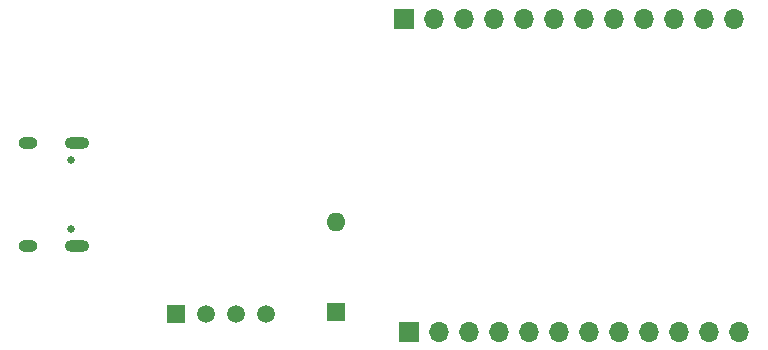
<source format=gbr>
%TF.GenerationSoftware,KiCad,Pcbnew,7.0.9-dirty*%
%TF.CreationDate,2023-12-27T00:33:38-08:00*%
%TF.ProjectId,hardware,68617264-7761-4726-952e-6b696361645f,rev?*%
%TF.SameCoordinates,Original*%
%TF.FileFunction,Soldermask,Bot*%
%TF.FilePolarity,Negative*%
%FSLAX46Y46*%
G04 Gerber Fmt 4.6, Leading zero omitted, Abs format (unit mm)*
G04 Created by KiCad (PCBNEW 7.0.9-dirty) date 2023-12-27 00:33:38*
%MOMM*%
%LPD*%
G01*
G04 APERTURE LIST*
%ADD10R,1.500000X1.500000*%
%ADD11C,1.500000*%
%ADD12C,0.650000*%
%ADD13O,2.100000X1.000000*%
%ADD14O,1.600000X1.000000*%
%ADD15R,1.700000X1.700000*%
%ADD16O,1.700000X1.700000*%
%ADD17R,1.600000X1.600000*%
%ADD18O,1.600000X1.600000*%
G04 APERTURE END LIST*
D10*
%TO.C,U4*%
X145420000Y-87500000D03*
D11*
X147960000Y-87500000D03*
X150500000Y-87500000D03*
X153040000Y-87500000D03*
%TD*%
D12*
%TO.C,J1*%
X136555000Y-74500000D03*
X136555000Y-80280000D03*
D13*
X137085000Y-73070000D03*
D14*
X132905000Y-73070000D03*
D13*
X137085000Y-81710000D03*
D14*
X132905000Y-81710000D03*
%TD*%
D15*
%TO.C,J4*%
X165220000Y-89000000D03*
D16*
X167760000Y-89000000D03*
X170300000Y-89000000D03*
X172840000Y-89000000D03*
X175380000Y-89000000D03*
X177920000Y-89000000D03*
X180460000Y-89000000D03*
X183000000Y-89000000D03*
X185540000Y-89000000D03*
X188080000Y-89000000D03*
X190620000Y-89000000D03*
X193160000Y-89000000D03*
%TD*%
D17*
%TO.C,D3*%
X159000000Y-87310000D03*
D18*
X159000000Y-79690000D03*
%TD*%
D15*
%TO.C,J2*%
X164720000Y-62500000D03*
D16*
X167260000Y-62500000D03*
X169800000Y-62500000D03*
X172340000Y-62500000D03*
X174880000Y-62500000D03*
X177420000Y-62500000D03*
X179960000Y-62500000D03*
X182500000Y-62500000D03*
X185040000Y-62500000D03*
X187580000Y-62500000D03*
X190120000Y-62500000D03*
X192660000Y-62500000D03*
%TD*%
M02*

</source>
